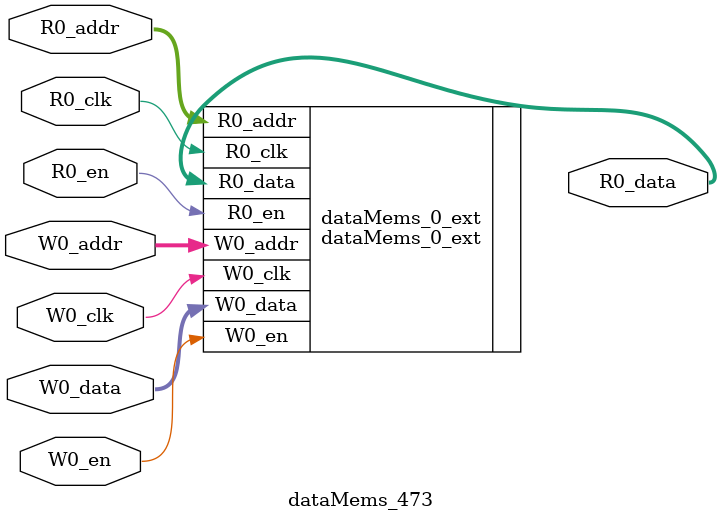
<source format=sv>
`ifndef RANDOMIZE
  `ifdef RANDOMIZE_REG_INIT
    `define RANDOMIZE
  `endif // RANDOMIZE_REG_INIT
`endif // not def RANDOMIZE
`ifndef RANDOMIZE
  `ifdef RANDOMIZE_MEM_INIT
    `define RANDOMIZE
  `endif // RANDOMIZE_MEM_INIT
`endif // not def RANDOMIZE

`ifndef RANDOM
  `define RANDOM $random
`endif // not def RANDOM

// Users can define 'PRINTF_COND' to add an extra gate to prints.
`ifndef PRINTF_COND_
  `ifdef PRINTF_COND
    `define PRINTF_COND_ (`PRINTF_COND)
  `else  // PRINTF_COND
    `define PRINTF_COND_ 1
  `endif // PRINTF_COND
`endif // not def PRINTF_COND_

// Users can define 'ASSERT_VERBOSE_COND' to add an extra gate to assert error printing.
`ifndef ASSERT_VERBOSE_COND_
  `ifdef ASSERT_VERBOSE_COND
    `define ASSERT_VERBOSE_COND_ (`ASSERT_VERBOSE_COND)
  `else  // ASSERT_VERBOSE_COND
    `define ASSERT_VERBOSE_COND_ 1
  `endif // ASSERT_VERBOSE_COND
`endif // not def ASSERT_VERBOSE_COND_

// Users can define 'STOP_COND' to add an extra gate to stop conditions.
`ifndef STOP_COND_
  `ifdef STOP_COND
    `define STOP_COND_ (`STOP_COND)
  `else  // STOP_COND
    `define STOP_COND_ 1
  `endif // STOP_COND
`endif // not def STOP_COND_

// Users can define INIT_RANDOM as general code that gets injected into the
// initializer block for modules with registers.
`ifndef INIT_RANDOM
  `define INIT_RANDOM
`endif // not def INIT_RANDOM

// If using random initialization, you can also define RANDOMIZE_DELAY to
// customize the delay used, otherwise 0.002 is used.
`ifndef RANDOMIZE_DELAY
  `define RANDOMIZE_DELAY 0.002
`endif // not def RANDOMIZE_DELAY

// Define INIT_RANDOM_PROLOG_ for use in our modules below.
`ifndef INIT_RANDOM_PROLOG_
  `ifdef RANDOMIZE
    `ifdef VERILATOR
      `define INIT_RANDOM_PROLOG_ `INIT_RANDOM
    `else  // VERILATOR
      `define INIT_RANDOM_PROLOG_ `INIT_RANDOM #`RANDOMIZE_DELAY begin end
    `endif // VERILATOR
  `else  // RANDOMIZE
    `define INIT_RANDOM_PROLOG_
  `endif // RANDOMIZE
`endif // not def INIT_RANDOM_PROLOG_

// Include register initializers in init blocks unless synthesis is set
`ifndef SYNTHESIS
  `ifndef ENABLE_INITIAL_REG_
    `define ENABLE_INITIAL_REG_
  `endif // not def ENABLE_INITIAL_REG_
`endif // not def SYNTHESIS

// Include rmemory initializers in init blocks unless synthesis is set
`ifndef SYNTHESIS
  `ifndef ENABLE_INITIAL_MEM_
    `define ENABLE_INITIAL_MEM_
  `endif // not def ENABLE_INITIAL_MEM_
`endif // not def SYNTHESIS

module dataMems_473(	// @[generators/ara/src/main/scala/UnsafeAXI4ToTL.scala:365:62]
  input  [4:0]  R0_addr,
  input         R0_en,
  input         R0_clk,
  output [66:0] R0_data,
  input  [4:0]  W0_addr,
  input         W0_en,
  input         W0_clk,
  input  [66:0] W0_data
);

  dataMems_0_ext dataMems_0_ext (	// @[generators/ara/src/main/scala/UnsafeAXI4ToTL.scala:365:62]
    .R0_addr (R0_addr),
    .R0_en   (R0_en),
    .R0_clk  (R0_clk),
    .R0_data (R0_data),
    .W0_addr (W0_addr),
    .W0_en   (W0_en),
    .W0_clk  (W0_clk),
    .W0_data (W0_data)
  );
endmodule


</source>
